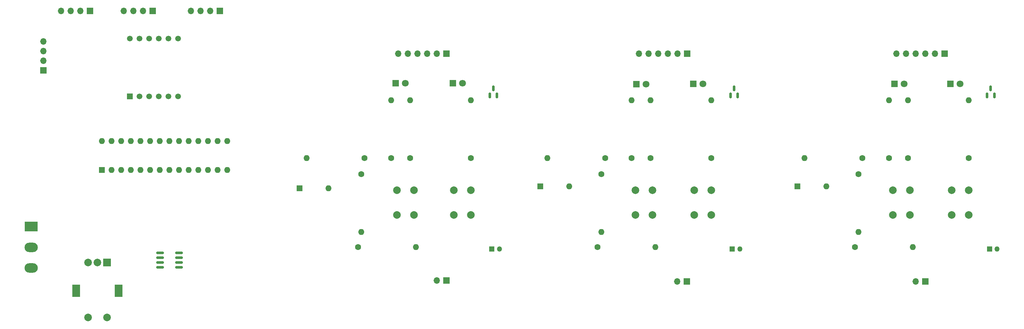
<source format=gbr>
%TF.GenerationSoftware,KiCad,Pcbnew,8.0.6*%
%TF.CreationDate,2024-12-22T20:43:21-05:00*%
%TF.ProjectId,flowcontrol_BL,666c6f77-636f-46e7-9472-6f6c5f424c2e,rev?*%
%TF.SameCoordinates,Original*%
%TF.FileFunction,Soldermask,Top*%
%TF.FilePolarity,Negative*%
%FSLAX46Y46*%
G04 Gerber Fmt 4.6, Leading zero omitted, Abs format (unit mm)*
G04 Created by KiCad (PCBNEW 8.0.6) date 2024-12-22 20:43:21*
%MOMM*%
%LPD*%
G01*
G04 APERTURE LIST*
G04 Aperture macros list*
%AMRoundRect*
0 Rectangle with rounded corners*
0 $1 Rounding radius*
0 $2 $3 $4 $5 $6 $7 $8 $9 X,Y pos of 4 corners*
0 Add a 4 corners polygon primitive as box body*
4,1,4,$2,$3,$4,$5,$6,$7,$8,$9,$2,$3,0*
0 Add four circle primitives for the rounded corners*
1,1,$1+$1,$2,$3*
1,1,$1+$1,$4,$5*
1,1,$1+$1,$6,$7*
1,1,$1+$1,$8,$9*
0 Add four rect primitives between the rounded corners*
20,1,$1+$1,$2,$3,$4,$5,0*
20,1,$1+$1,$4,$5,$6,$7,0*
20,1,$1+$1,$6,$7,$8,$9,0*
20,1,$1+$1,$8,$9,$2,$3,0*%
G04 Aperture macros list end*
%ADD10C,2.000000*%
%ADD11R,1.800000X1.800000*%
%ADD12C,1.800000*%
%ADD13R,1.350000X1.350000*%
%ADD14O,1.350000X1.350000*%
%ADD15C,1.600000*%
%ADD16O,1.600000X1.600000*%
%ADD17RoundRect,0.150000X-0.825000X-0.150000X0.825000X-0.150000X0.825000X0.150000X-0.825000X0.150000X0*%
%ADD18R,1.500000X1.500000*%
%ADD19C,1.500000*%
%ADD20RoundRect,0.150000X0.150000X-0.587500X0.150000X0.587500X-0.150000X0.587500X-0.150000X-0.587500X0*%
%ADD21R,1.600000X1.600000*%
%ADD22R,1.700000X1.700000*%
%ADD23O,1.700000X1.700000*%
%ADD24R,3.500000X2.500000*%
%ADD25O,3.500000X2.500000*%
%ADD26R,2.000000X2.000000*%
%ADD27R,2.000000X3.200000*%
G04 APERTURE END LIST*
D10*
%TO.C,SW2*%
X188352500Y-96500000D03*
X183852500Y-96500000D03*
X188352500Y-90000000D03*
X183852500Y-90000000D03*
%TD*%
D11*
%TO.C,D4*%
X252080000Y-62000000D03*
D12*
X254620000Y-62000000D03*
%TD*%
D13*
%TO.C,J3*%
X145982500Y-105500000D03*
D14*
X147982500Y-105500000D03*
%TD*%
D15*
%TO.C,R10*%
X243620000Y-81500000D03*
D16*
X228380000Y-81500000D03*
%TD*%
D15*
%TO.C,R6*%
X175852500Y-81500000D03*
D16*
X160612500Y-81500000D03*
%TD*%
D11*
%TO.C,D5*%
X135707500Y-61760000D03*
D12*
X138247500Y-61760000D03*
%TD*%
D15*
%TO.C,R1LED_R2*%
X187852500Y-81500000D03*
D16*
X187852500Y-66260000D03*
%TD*%
D17*
%TO.C,U4*%
X58620000Y-106500000D03*
X58620000Y-107770000D03*
X58620000Y-109040000D03*
X58620000Y-110310000D03*
X63570000Y-110310000D03*
X63570000Y-109040000D03*
X63570000Y-107770000D03*
X63570000Y-106500000D03*
%TD*%
D15*
%TO.C,R8*%
X174852500Y-85760000D03*
D16*
X174852500Y-101000000D03*
%TD*%
D11*
%TO.C,D6*%
X120707500Y-61760000D03*
D12*
X123247500Y-61760000D03*
%TD*%
D15*
%TO.C,R7*%
X182852500Y-81500000D03*
D16*
X182852500Y-66260000D03*
%TD*%
D18*
%TO.C,U1*%
X50670000Y-65250000D03*
D19*
X53210000Y-65250000D03*
X55750000Y-65250000D03*
X58290000Y-65250000D03*
X60830000Y-65250000D03*
X63370000Y-65250000D03*
X63370000Y-50010000D03*
X60830000Y-50010000D03*
X58290000Y-50010000D03*
X55750000Y-50010000D03*
X53210000Y-50010000D03*
X50670000Y-50010000D03*
%TD*%
D10*
%TO.C,SW6*%
X135982500Y-90000000D03*
X140482500Y-90000000D03*
X135982500Y-96500000D03*
X140482500Y-96500000D03*
%TD*%
D15*
%TO.C,R1LED_R3*%
X255620000Y-81500000D03*
D16*
X255620000Y-66260000D03*
%TD*%
D15*
%TO.C,R1LED_G1*%
X140482500Y-81500000D03*
D16*
X140482500Y-66260000D03*
%TD*%
D20*
%TO.C,Q2*%
X208852500Y-65000000D03*
X210752500Y-65000000D03*
X209802500Y-63125000D03*
%TD*%
D21*
%TO.C,SW12*%
X226500000Y-89000000D03*
D16*
X234120000Y-89000000D03*
%TD*%
D15*
%TO.C,R9*%
X241620000Y-105000000D03*
D16*
X256860000Y-105000000D03*
%TD*%
D21*
%TO.C,SW13*%
X95362500Y-89500000D03*
D16*
X102982500Y-89500000D03*
%TD*%
D22*
%TO.C,REF\u002A\u002A*%
X197432500Y-54000000D03*
D23*
X194892500Y-54000000D03*
X192352500Y-54000000D03*
X189812500Y-54000000D03*
X187272500Y-54000000D03*
X184732500Y-54000000D03*
%TD*%
D10*
%TO.C,SW7*%
X199352500Y-90000000D03*
X203852500Y-90000000D03*
X199352500Y-96500000D03*
X203852500Y-96500000D03*
%TD*%
D24*
%TO.C,U1*%
X24620000Y-99550000D03*
D25*
X24620000Y-105025000D03*
X24620000Y-110500000D03*
%TD*%
D15*
%TO.C,R1LED_G2*%
X203852500Y-81500000D03*
D16*
X203852500Y-66260000D03*
%TD*%
D15*
%TO.C,R4*%
X173852500Y-105000000D03*
D16*
X189092500Y-105000000D03*
%TD*%
D11*
%TO.C,D3*%
X266845000Y-62000000D03*
D12*
X269385000Y-62000000D03*
%TD*%
D22*
%TO.C,REF\u002A\u002A*%
X134062500Y-54000000D03*
D23*
X131522500Y-54000000D03*
X128982500Y-54000000D03*
X126442500Y-54000000D03*
X123902500Y-54000000D03*
X121362500Y-54000000D03*
%TD*%
D15*
%TO.C,R11*%
X250620000Y-81500000D03*
D16*
X250620000Y-66260000D03*
%TD*%
D26*
%TO.C,SW3*%
X44620000Y-109000000D03*
D10*
X39620000Y-109000000D03*
X42120000Y-109000000D03*
D27*
X47720000Y-116500000D03*
X36520000Y-116500000D03*
D10*
X39620000Y-123500000D03*
X44620000Y-123500000D03*
%TD*%
D21*
%TO.C,UC1*%
X43300000Y-84620000D03*
D16*
X45840000Y-84620000D03*
X48380000Y-84620000D03*
X50920000Y-84620000D03*
X53460000Y-84620000D03*
X56000000Y-84620000D03*
X58540000Y-84620000D03*
X61080000Y-84620000D03*
X63620000Y-84620000D03*
X66160000Y-84620000D03*
X68700000Y-84620000D03*
X71240000Y-84620000D03*
X73780000Y-84620000D03*
X76320000Y-84620000D03*
X76320000Y-77000000D03*
X73780000Y-77000000D03*
X71240000Y-77000000D03*
X68700000Y-77000000D03*
X66160000Y-77000000D03*
X63620000Y-77000000D03*
X61080000Y-77000000D03*
X58540000Y-77000000D03*
X56000000Y-77000000D03*
X53460000Y-77000000D03*
X50920000Y-77000000D03*
X48380000Y-77000000D03*
X45840000Y-77000000D03*
X43300000Y-77000000D03*
%TD*%
D22*
%TO.C,REF\u002A\u002A*%
X40170000Y-42750000D03*
D23*
X37630000Y-42750000D03*
X35090000Y-42750000D03*
X32550000Y-42750000D03*
%TD*%
D22*
%TO.C,REF\u002A\u002A*%
X56670000Y-42750000D03*
D23*
X54130000Y-42750000D03*
X51590000Y-42750000D03*
X49050000Y-42750000D03*
%TD*%
D11*
%TO.C,D1*%
X199077500Y-62000000D03*
D12*
X201617500Y-62000000D03*
%TD*%
D22*
%TO.C,REF\u002A\u002A*%
X265280000Y-54000000D03*
D23*
X262740000Y-54000000D03*
X260200000Y-54000000D03*
X257660000Y-54000000D03*
X255120000Y-54000000D03*
X252580000Y-54000000D03*
%TD*%
D15*
%TO.C,R3*%
X111602500Y-85760000D03*
D16*
X111602500Y-101000000D03*
%TD*%
D10*
%TO.C,SW10*%
X256120000Y-96500000D03*
X251620000Y-96500000D03*
X256120000Y-90000000D03*
X251620000Y-90000000D03*
%TD*%
D20*
%TO.C,Q3*%
X276470000Y-65000000D03*
X278370000Y-65000000D03*
X277420000Y-63125000D03*
%TD*%
D11*
%TO.C,D2*%
X184045143Y-62026657D03*
D12*
X186585143Y-62026657D03*
%TD*%
D15*
%TO.C,R2*%
X119482500Y-81500000D03*
D16*
X119482500Y-66260000D03*
%TD*%
D22*
%TO.C,J1*%
X27870000Y-58370000D03*
D23*
X27870000Y-55830000D03*
X27870000Y-53290000D03*
X27870000Y-50750000D03*
%TD*%
D21*
%TO.C,SW8*%
X158732500Y-89000000D03*
D16*
X166352500Y-89000000D03*
%TD*%
D13*
%TO.C,J4*%
X277120000Y-105500000D03*
D14*
X279120000Y-105500000D03*
%TD*%
D15*
%TO.C,R12*%
X242620000Y-85760000D03*
D16*
X242620000Y-101000000D03*
%TD*%
D22*
%TO.C,REF\u002A\u002A*%
X74370000Y-42750000D03*
D23*
X71830000Y-42750000D03*
X69290000Y-42750000D03*
X66750000Y-42750000D03*
%TD*%
D15*
%TO.C,R5*%
X110732500Y-105000000D03*
D16*
X125972500Y-105000000D03*
%TD*%
D22*
%TO.C,REF\u002A\u002A*%
X134022500Y-113750000D03*
D23*
X131482500Y-113750000D03*
%TD*%
D15*
%TO.C,R1*%
X112482500Y-81500000D03*
D16*
X97242500Y-81500000D03*
%TD*%
D10*
%TO.C,SW5*%
X125482500Y-96500000D03*
X120982500Y-96500000D03*
X125482500Y-90000000D03*
X120982500Y-90000000D03*
%TD*%
%TO.C,SW11*%
X267120000Y-90000000D03*
X271620000Y-90000000D03*
X267120000Y-96500000D03*
X271620000Y-96500000D03*
%TD*%
D22*
%TO.C,REF\u002A\u002A*%
X197392500Y-114000000D03*
D23*
X194852500Y-114000000D03*
%TD*%
D13*
%TO.C,J2*%
X209352500Y-105500000D03*
D14*
X211352500Y-105500000D03*
%TD*%
D20*
%TO.C,Q1*%
X145482500Y-65000000D03*
X147382500Y-65000000D03*
X146432500Y-63125000D03*
%TD*%
D15*
%TO.C,R1LED_G3*%
X271620000Y-81500000D03*
D16*
X271620000Y-66260000D03*
%TD*%
D15*
%TO.C,R1LED_R1*%
X124482500Y-81500000D03*
D16*
X124482500Y-66260000D03*
%TD*%
D22*
%TO.C,REF\u002A\u002A*%
X260160000Y-114000000D03*
D23*
X257620000Y-114000000D03*
%TD*%
M02*

</source>
